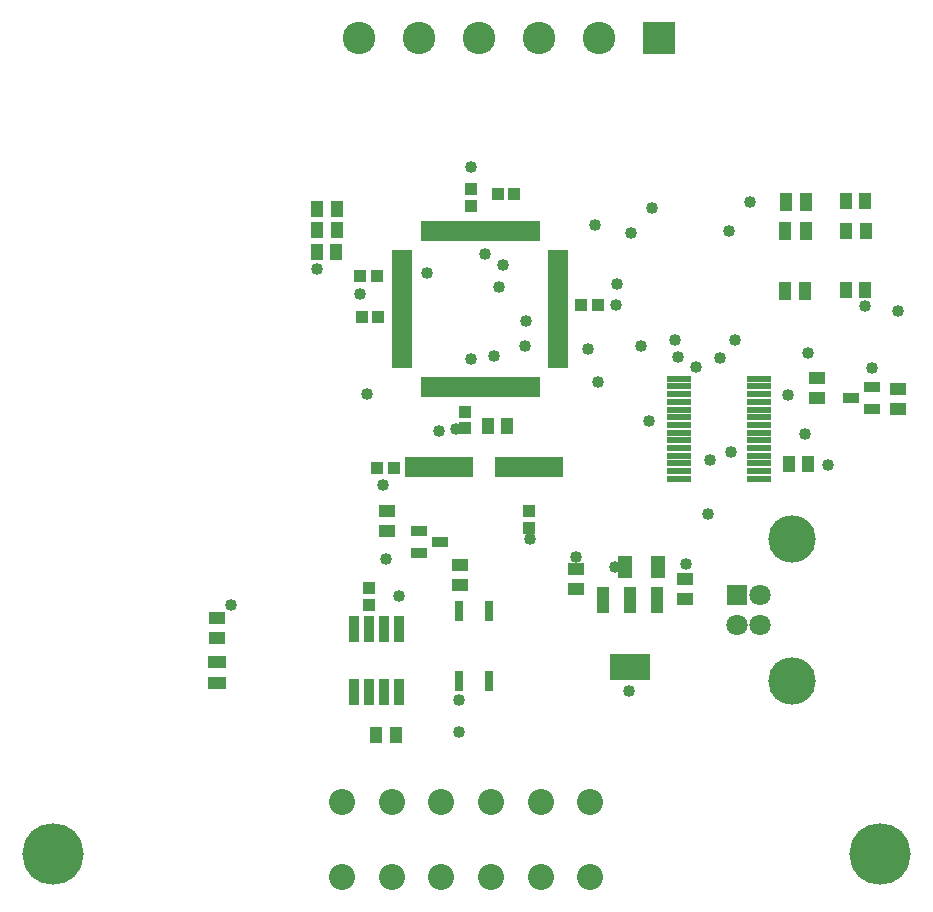
<source format=gts>
%FSLAX23Y23*%
%MOIN*%
G70*
G01*
G75*
G04 Layer_Color=8388736*
%ADD10R,0.012X0.063*%
%ADD11R,0.049X0.035*%
%ADD12R,0.020X0.059*%
%ADD13R,0.047X0.024*%
%ADD14R,0.035X0.049*%
%ADD15R,0.063X0.012*%
%ADD16R,0.035X0.083*%
%ADD17R,0.130X0.083*%
%ADD18R,0.071X0.014*%
%ADD19R,0.217X0.059*%
%ADD20R,0.033X0.031*%
%ADD21R,0.031X0.033*%
%ADD22R,0.024X0.081*%
%ADD23R,0.039X0.069*%
%ADD24R,0.033X0.051*%
%ADD25R,0.051X0.033*%
%ADD26C,0.012*%
%ADD27C,0.008*%
%ADD28C,0.016*%
%ADD29C,0.006*%
%ADD30C,0.063*%
%ADD31R,0.063X0.063*%
%ADD32C,0.150*%
%ADD33R,0.100X0.100*%
%ADD34C,0.100*%
%ADD35C,0.197*%
%ADD36C,0.079*%
%ADD37C,0.032*%
%ADD38C,0.010*%
%ADD39C,0.010*%
%ADD40C,0.024*%
%ADD41C,0.008*%
%ADD42C,0.004*%
%ADD43R,0.024X0.047*%
%ADD44R,0.020X0.071*%
%ADD45R,0.057X0.043*%
%ADD46R,0.028X0.067*%
%ADD47R,0.055X0.032*%
%ADD48R,0.043X0.057*%
%ADD49R,0.071X0.020*%
%ADD50R,0.043X0.091*%
%ADD51R,0.138X0.091*%
%ADD52R,0.079X0.022*%
%ADD53R,0.225X0.067*%
%ADD54R,0.041X0.039*%
%ADD55R,0.039X0.041*%
%ADD56R,0.032X0.089*%
%ADD57R,0.047X0.077*%
%ADD58R,0.041X0.059*%
%ADD59R,0.059X0.041*%
%ADD60C,0.071*%
%ADD61R,0.071X0.071*%
%ADD62C,0.158*%
%ADD63R,0.108X0.108*%
%ADD64C,0.108*%
%ADD65C,0.205*%
%ADD66C,0.087*%
%ADD67C,0.040*%
D44*
X10120Y4511D02*
D03*
X10159Y5031D02*
D03*
X10120D02*
D03*
X10140D02*
D03*
X10317D02*
D03*
X10356D02*
D03*
X10376D02*
D03*
X10396D02*
D03*
X10238Y4511D02*
D03*
X10140D02*
D03*
X10218Y5031D02*
D03*
X10199D02*
D03*
X10179D02*
D03*
X10474Y4511D02*
D03*
X10494D02*
D03*
X10474Y5031D02*
D03*
X10415Y4511D02*
D03*
X10455Y5031D02*
D03*
X10435Y4511D02*
D03*
X10396D02*
D03*
X10376D02*
D03*
X10159D02*
D03*
X10179D02*
D03*
X10199D02*
D03*
X10218D02*
D03*
X10258D02*
D03*
X10277D02*
D03*
X10297D02*
D03*
X10317D02*
D03*
X10337D02*
D03*
X10356D02*
D03*
X10455D02*
D03*
X10238Y5031D02*
D03*
X10258D02*
D03*
X10277D02*
D03*
X10297D02*
D03*
X10415D02*
D03*
X10435D02*
D03*
X10337D02*
D03*
X10494D02*
D03*
D45*
X9994Y4097D02*
D03*
X10238Y3916D02*
D03*
Y3850D02*
D03*
X9994Y4031D02*
D03*
X10625Y3836D02*
D03*
Y3902D02*
D03*
X10990Y3869D02*
D03*
Y3803D02*
D03*
X9430Y3740D02*
D03*
Y3674D02*
D03*
X11700Y4504D02*
D03*
Y4438D02*
D03*
X11430Y4474D02*
D03*
Y4540D02*
D03*
D46*
X10337Y3529D02*
D03*
X10237D02*
D03*
Y3765D02*
D03*
X10337D02*
D03*
D47*
X10173Y3993D02*
D03*
X10103Y3956D02*
D03*
Y4030D02*
D03*
X11542Y4474D02*
D03*
X11612Y4511D02*
D03*
Y4437D02*
D03*
D48*
X9958Y3351D02*
D03*
X10024D02*
D03*
X10331Y4379D02*
D03*
X10397D02*
D03*
X11400Y4255D02*
D03*
X11334D02*
D03*
X9829Y5033D02*
D03*
X9763D02*
D03*
X9827Y4960D02*
D03*
X9761D02*
D03*
X9763Y5104D02*
D03*
X9829D02*
D03*
X11524Y5130D02*
D03*
X11590D02*
D03*
X11525Y5029D02*
D03*
X11591D02*
D03*
X11524Y4832D02*
D03*
X11590D02*
D03*
D49*
X10047Y4958D02*
D03*
X10567Y4741D02*
D03*
X10047Y4722D02*
D03*
Y4781D02*
D03*
Y4801D02*
D03*
Y4820D02*
D03*
Y4840D02*
D03*
Y4938D02*
D03*
X10567Y4663D02*
D03*
Y4682D02*
D03*
X10047Y4623D02*
D03*
Y4643D02*
D03*
X10567D02*
D03*
Y4722D02*
D03*
Y4702D02*
D03*
Y4623D02*
D03*
Y4604D02*
D03*
Y4584D02*
D03*
Y4761D02*
D03*
Y4781D02*
D03*
Y4801D02*
D03*
Y4820D02*
D03*
Y4860D02*
D03*
Y4879D02*
D03*
Y4899D02*
D03*
Y4938D02*
D03*
X10047Y4584D02*
D03*
Y4604D02*
D03*
Y4663D02*
D03*
Y4702D02*
D03*
Y4741D02*
D03*
Y4761D02*
D03*
Y4860D02*
D03*
Y4879D02*
D03*
Y4899D02*
D03*
Y4919D02*
D03*
X10567Y4840D02*
D03*
X10047Y4682D02*
D03*
X10567Y4919D02*
D03*
Y4958D02*
D03*
D50*
X10896Y3801D02*
D03*
X10805D02*
D03*
X10714D02*
D03*
D51*
X10805Y3577D02*
D03*
D52*
X11236Y4205D02*
D03*
Y4230D02*
D03*
Y4333D02*
D03*
Y4281D02*
D03*
Y4358D02*
D03*
Y4384D02*
D03*
Y4409D02*
D03*
Y4435D02*
D03*
Y4461D02*
D03*
Y4486D02*
D03*
Y4512D02*
D03*
Y4537D02*
D03*
X10968Y4205D02*
D03*
Y4230D02*
D03*
Y4256D02*
D03*
Y4281D02*
D03*
Y4307D02*
D03*
Y4333D02*
D03*
Y4358D02*
D03*
Y4384D02*
D03*
Y4409D02*
D03*
Y4435D02*
D03*
Y4461D02*
D03*
Y4486D02*
D03*
Y4512D02*
D03*
Y4537D02*
D03*
X11236Y4256D02*
D03*
Y4307D02*
D03*
D53*
X10168Y4242D02*
D03*
X10468D02*
D03*
D54*
X10277Y5113D02*
D03*
Y5169D02*
D03*
X10255Y4372D02*
D03*
Y4428D02*
D03*
X10470Y4040D02*
D03*
Y4096D02*
D03*
X9934Y3841D02*
D03*
Y3785D02*
D03*
D55*
X9911Y4742D02*
D03*
X9967D02*
D03*
X10698Y4782D02*
D03*
X10642D02*
D03*
X9962Y4240D02*
D03*
X10018D02*
D03*
X9906Y4880D02*
D03*
X9962D02*
D03*
X10364Y5154D02*
D03*
X10420D02*
D03*
D56*
X9885Y3495D02*
D03*
X10035Y3705D02*
D03*
X9935D02*
D03*
X9885D02*
D03*
X10035Y3495D02*
D03*
X9985Y3705D02*
D03*
Y3495D02*
D03*
X9935D02*
D03*
D57*
X10790Y3909D02*
D03*
X10900D02*
D03*
D58*
X11392Y5127D02*
D03*
X11324D02*
D03*
X11391Y5029D02*
D03*
X11323D02*
D03*
X11390Y4831D02*
D03*
X11322D02*
D03*
D59*
X9430Y3524D02*
D03*
Y3592D02*
D03*
D60*
X11240Y3718D02*
D03*
X11161D02*
D03*
X11240Y3816D02*
D03*
D61*
X11161D02*
D03*
D62*
X11346Y4004D02*
D03*
Y3530D02*
D03*
D63*
X10902Y5673D02*
D03*
D64*
X10702D02*
D03*
X10502D02*
D03*
X10302D02*
D03*
X10102D02*
D03*
X9902D02*
D03*
D65*
X11638Y2954D02*
D03*
X8882D02*
D03*
D66*
X10673Y2876D02*
D03*
X10508D02*
D03*
X10343D02*
D03*
X10177D02*
D03*
X10012D02*
D03*
X9847D02*
D03*
Y3126D02*
D03*
X10012D02*
D03*
X10177D02*
D03*
X10343D02*
D03*
X10508D02*
D03*
X10673D02*
D03*
D67*
X10237Y3467D02*
D03*
X10236Y3360D02*
D03*
X10036Y3812D02*
D03*
X10381Y4916D02*
D03*
X10370Y4844D02*
D03*
X9930Y4488D02*
D03*
X10275Y4602D02*
D03*
X10168Y4364D02*
D03*
X10762Y4855D02*
D03*
X11027Y4576D02*
D03*
X11142Y4292D02*
D03*
X11071Y4268D02*
D03*
X11065Y4086D02*
D03*
X10842Y4647D02*
D03*
X10457Y4648D02*
D03*
X10666Y4638D02*
D03*
X10700Y4527D02*
D03*
X11155Y4667D02*
D03*
X10954D02*
D03*
X11106Y4608D02*
D03*
X10964Y4609D02*
D03*
X10803Y3497D02*
D03*
X10755Y3909D02*
D03*
X10624Y3942D02*
D03*
X11399Y4624D02*
D03*
X10809Y5024D02*
D03*
X11134Y5029D02*
D03*
X10878Y5108D02*
D03*
X11205Y5127D02*
D03*
X10690Y5049D02*
D03*
X11700Y4764D02*
D03*
X9477Y3782D02*
D03*
X9991Y3937D02*
D03*
X9983Y4182D02*
D03*
X10225Y4369D02*
D03*
X10351Y4613D02*
D03*
X10458Y4731D02*
D03*
X10759Y4782D02*
D03*
X10277Y5243D02*
D03*
X9761Y4902D02*
D03*
X9905Y4819D02*
D03*
X10130Y4890D02*
D03*
X10870Y4398D02*
D03*
X11333Y4485D02*
D03*
X11465Y4250D02*
D03*
X11390Y4353D02*
D03*
X11613Y4573D02*
D03*
X11590Y4781D02*
D03*
X10991Y3920D02*
D03*
X10471Y4004D02*
D03*
X10323Y4955D02*
D03*
M02*

</source>
